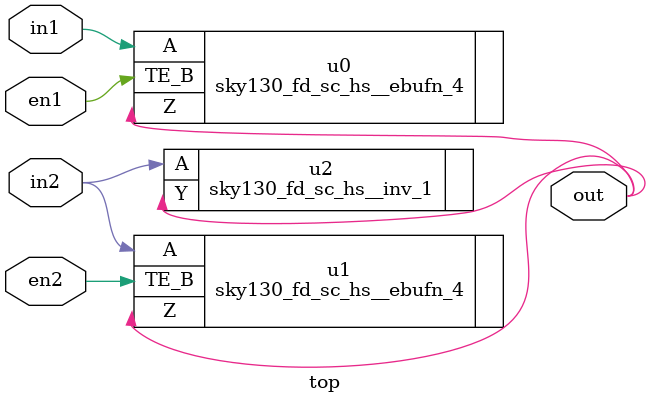
<source format=v>
module top (in1, in2, en1, en2, out);
  input in1, in2, en1, en2;
  output out;

  sky130_fd_sc_hs__ebufn_4 u0 (.A(in1), .TE_B(en1), .Z(out));
  sky130_fd_sc_hs__ebufn_4 u1 (.A(in2), .TE_B(en2), .Z(out));
  sky130_fd_sc_hs__inv_1 u2 (.A(in2), .Y(out));

endmodule // top

</source>
